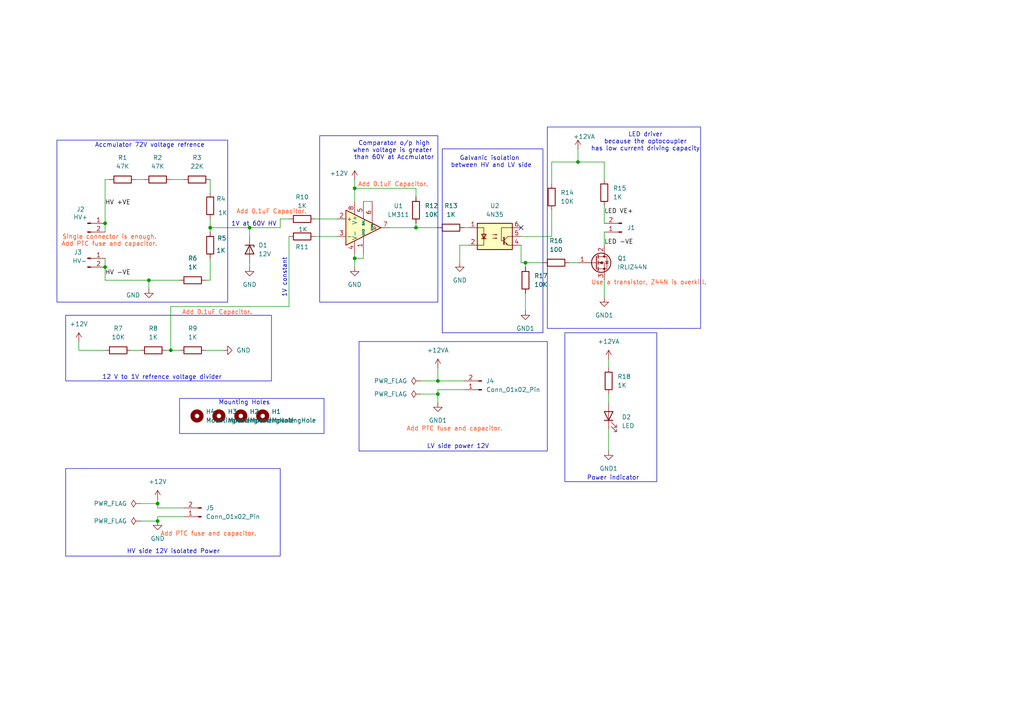
<source format=kicad_sch>
(kicad_sch (version 20231120) (generator "eeschema") (generator_version "8.0")
  (paper "A4")
  (lib_symbols
    (symbol "Comparator:LM311" (pin_names (offset 0.127))
      (property "Reference" "U" (at 3.81 6.35 0))
      (property "Value" "LM311" (at 3.81 3.81 0))
      (symbol "LM311_0_1"
        (polyline (pts (xy 5.08 0) (xy -5.08 5.08) (xy -5.08 -5.08) (xy 5.08 0)) (stroke (width 0.254)) (fill (type background)))
        (polyline (pts (xy 3.683 -0.381) (xy 3.302 -0.381) (xy 3.683 0) (xy 3.302 0.381) (xy 2.921 0) (xy 3.302 -0.381) (xy 2.921 -0.381)) (stroke (width 0.127)))
      )
      (symbol "LM311_1_1"
        (pin passive line (at 0 -7.62 90) (length 5.08) (name "GND") (number "1"))
        (pin input line (at -7.62 2.54 0) (length 2.54) (name "+") (number "2"))
        (pin input line (at -7.62 -2.54 0) (length 2.54) (name "-") (number "3"))
        (pin power_in line (at -2.54 -7.62 90) (length 3.81) (name "V-") (number "4"))
        (pin input line (at 0 7.62 270) (length 5.08) (name "BAL") (number "5"))
        (pin input line (at 2.54 7.62 270) (length 6.35) (name "STRB") (number "6"))
        (pin open_collector line (at 7.62 0 180) (length 2.54) (name "~") (number "7"))
        (pin power_in line (at -2.54 7.62 270) (length 3.81) (name "V+") (number "8"))
      )
    )
    (symbol "Connector:Conn_01x02_Pin" (pin_names (offset 1.016) hide)
      (property "Reference" "J" (at 0 2.54 0))
      (property "Value" "Conn_01x02_Pin" (at 0 -5.08 0))
      (symbol "Conn_01x02_Pin_1_1"
        (polyline (pts (xy 1.27 -2.54) (xy 0.8636 -2.54)) (stroke (width 0.1524)))
        (polyline (pts (xy 1.27 0) (xy 0.8636 0)) (stroke (width 0.1524)))
        (rectangle (start 0.8636 -2.413) (end 0 -2.667) (stroke (width 0.1524)) (fill (type outline)))
        (rectangle (start 0.8636 0.127) (end 0 -0.127) (stroke (width 0.1524)) (fill (type outline)))
        (pin passive line (at 5.08 0 180) (length 3.81) (name "Pin_1") (number "1"))
        (pin passive line (at 5.08 -2.54 180) (length 3.81) (name "Pin_2") (number "2"))
      )
    )
    (symbol "Device:D_Zener" (pin_numbers hide) (pin_names (offset 1.016) hide)
      (property "Reference" "D" (at 0 2.54 0))
      (property "Value" "D_Zener" (at 0 -2.54 0))
      (symbol "D_Zener_0_1"
        (polyline (pts (xy 1.27 0) (xy -1.27 0)))
        (polyline (pts (xy -1.27 -1.27) (xy -1.27 1.27) (xy -0.762 1.27)) (stroke (width 0.254)))
        (polyline (pts (xy 1.27 -1.27) (xy 1.27 1.27) (xy -1.27 0) (xy 1.27 -1.27)) (stroke (width 0.254)))
      )
      (symbol "D_Zener_1_1"
        (pin passive line (at -3.81 0 0) (length 2.54) (name "K") (number "1"))
        (pin passive line (at 3.81 0 180) (length 2.54) (name "A") (number "2"))
      )
    )
    (symbol "Device:LED" (pin_numbers hide) (pin_names (offset 1.016) hide)
      (property "Reference" "D" (at 0 2.54 0))
      (property "Value" "LED" (at 0 -2.54 0))
      (symbol "LED_0_1"
        (polyline (pts (xy -1.27 -1.27) (xy -1.27 1.27)) (stroke (width 0.254)))
        (polyline (pts (xy -1.27 0) (xy 1.27 0)))
        (polyline (pts (xy 1.27 -1.27) (xy 1.27 1.27) (xy -1.27 0) (xy 1.27 -1.27)) (stroke (width 0.254)))
        (polyline (pts (xy -3.048 -0.762) (xy -4.572 -2.286) (xy -3.81 -2.286) (xy -4.572 -2.286) (xy -4.572 -1.524)))
        (polyline (pts (xy -1.778 -0.762) (xy -3.302 -2.286) (xy -2.54 -2.286) (xy -3.302 -2.286) (xy -3.302 -1.524)))
      )
      (symbol "LED_1_1"
        (pin passive line (at -3.81 0 0) (length 2.54) (name "K") (number "1"))
        (pin passive line (at 3.81 0 180) (length 2.54) (name "A") (number "2"))
      )
    )
    (symbol "Device:R" (pin_numbers hide) (pin_names (offset 0))
      (property "Reference" "R" (at 2.032 0 90))
      (property "Value" "R" (at 0 0 90))
      (symbol "R_0_1"
        (rectangle (start -1.016 -2.54) (end 1.016 2.54) (stroke (width 0.254)))
      )
      (symbol "R_1_1"
        (pin passive line (at 0 3.81 270) (length 1.27) (name "~") (number "1"))
        (pin passive line (at 0 -3.81 90) (length 1.27) (name "~") (number "2"))
      )
    )
    (symbol "Isolator:4N35" (pin_names (offset 1.016))
      (property "Reference" "U" (at -5.08 5.08 0))
      (property "Value" "4N35" (at 0 5.08 0))
      (symbol "4N35_0_1"
        (rectangle (start -5.08 3.81) (end 5.08 -3.81) (stroke (width 0.254)) (fill (type background)))
        (polyline (pts (xy -3.81 -0.635) (xy -2.54 -0.635)) (stroke (width 0.254)))
        (polyline (pts (xy 2.667 -1.397) (xy 3.81 -2.54)))
        (polyline (pts (xy 2.667 -1.143) (xy 3.81 0)))
        (polyline (pts (xy 3.81 -2.54) (xy 5.08 -2.54)))
        (polyline (pts (xy 3.81 0) (xy 5.08 0)))
        (polyline (pts (xy 2.667 -0.254) (xy 2.667 -2.286) (xy 2.667 -2.286)) (stroke (width 0.3556)))
        (polyline (pts (xy -5.08 -2.54) (xy -3.175 -2.54) (xy -3.175 2.54) (xy -5.08 2.54)))
        (polyline (pts (xy -3.175 -0.635) (xy -3.81 0.635) (xy -2.54 0.635) (xy -3.175 -0.635)) (stroke (width 0.254)))
        (polyline (pts (xy 3.683 -2.413) (xy 3.429 -1.905) (xy 3.175 -2.159) (xy 3.683 -2.413)))
        (polyline (pts (xy 5.08 2.54) (xy 1.905 2.54) (xy 1.905 -1.27) (xy 2.54 -1.27)))
        (polyline (pts (xy -0.635 -0.508) (xy 0.635 -0.508) (xy 0.254 -0.635) (xy 0.254 -0.381) (xy 0.635 -0.508)))
        (polyline (pts (xy -0.635 0.508) (xy 0.635 0.508) (xy 0.254 0.381) (xy 0.254 0.635) (xy 0.635 0.508)))
      )
      (symbol "4N35_1_1"
        (pin passive line (at -7.62 2.54 0) (length 2.54) (name "~") (number "1"))
        (pin passive line (at -7.62 -2.54 0) (length 2.54) (name "~") (number "2"))
        (pin no_connect line (at -5.08 0 0) (length 2.54) hide (name "NC") (number "3"))
        (pin passive line (at 7.62 -2.54 180) (length 2.54) (name "~") (number "4"))
        (pin passive line (at 7.62 0 180) (length 2.54) (name "~") (number "5"))
        (pin passive line (at 7.62 2.54 180) (length 2.54) (name "~") (number "6"))
      )
    )
    (symbol "Mechanical:MountingHole" (pin_names (offset 1.016)) (exclude_from_sim yes) (in_bom no)
      (property "Reference" "H" (at 0 5.08 0))
      (property "Value" "MountingHole" (at 0 3.175 0))
      (symbol "MountingHole_0_1"
        (circle (center 0 0) (radius 1.27) (stroke (width 1.27)))
      )
    )
    (symbol "Transistor_FET:IRLIZ44N" (pin_names hide)
      (property "Reference" "Q" (at 5.08 1.905 0))
      (property "Value" "IRLIZ44N" (at 5.08 0 0))
      (symbol "IRLIZ44N_0_1"
        (polyline (pts (xy 0.254 0) (xy -2.54 0)))
        (polyline (pts (xy 0.254 1.905) (xy 0.254 -1.905)) (stroke (width 0.254)))
        (polyline (pts (xy 0.762 -1.27) (xy 0.762 -2.286)) (stroke (width 0.254)))
        (polyline (pts (xy 0.762 0.508) (xy 0.762 -0.508)) (stroke (width 0.254)))
        (polyline (pts (xy 0.762 2.286) (xy 0.762 1.27)) (stroke (width 0.254)))
        (polyline (pts (xy 2.54 2.54) (xy 2.54 1.778)))
        (polyline (pts (xy 2.54 -2.54) (xy 2.54 0) (xy 0.762 0)))
        (polyline (pts (xy 0.762 -1.778) (xy 3.302 -1.778) (xy 3.302 1.778) (xy 0.762 1.778)))
        (polyline (pts (xy 1.016 0) (xy 2.032 0.381) (xy 2.032 -0.381) (xy 1.016 0)) (fill (type outline)))
        (polyline (pts (xy 2.794 0.508) (xy 2.921 0.381) (xy 3.683 0.381) (xy 3.81 0.254)))
        (polyline (pts (xy 3.302 0.381) (xy 2.921 -0.254) (xy 3.683 -0.254) (xy 3.302 0.381)))
        (circle (center 1.651 0) (radius 2.794) (stroke (width 0.254)))
        (circle (center 2.54 -1.778) (radius 0.254) (fill (type outline)))
        (circle (center 2.54 1.778) (radius 0.254) (fill (type outline)))
      )
      (symbol "IRLIZ44N_1_1"
        (pin input line (at -5.08 0 0) (length 2.54) (name "G") (number "1"))
        (pin passive line (at 2.54 5.08 270) (length 2.54) (name "D") (number "2"))
        (pin passive line (at 2.54 -5.08 90) (length 2.54) (name "S") (number "3"))
      )
    )
    (symbol "power:+12V" (power) (pin_numbers hide) (pin_names (offset 0) hide)
      (property "Value" "+12V" (at 0 3.556 0))
      (symbol "+12V_0_1"
        (polyline (pts (xy -0.762 1.27) (xy 0 2.54)))
        (polyline (pts (xy 0 0) (xy 0 2.54)))
        (polyline (pts (xy 0 2.54) (xy 0.762 1.27)))
      )
      (symbol "+12V_1_1"
        (pin power_in line (at 0 0 90) (length 0) (name "~") (number "1"))
      )
    )
    (symbol "power:+12VA" (power) (pin_numbers hide) (pin_names (offset 0) hide)
      (property "Value" "+12VA" (at 0 3.556 0))
      (symbol "+12VA_0_1"
        (polyline (pts (xy -0.762 1.27) (xy 0 2.54)))
        (polyline (pts (xy 0 0) (xy 0 2.54)))
        (polyline (pts (xy 0 2.54) (xy 0.762 1.27)))
      )
      (symbol "+12VA_1_1"
        (pin power_in line (at 0 0 90) (length 0) (name "~") (number "1"))
      )
    )
    (symbol "power:GND" (power) (pin_numbers hide) (pin_names (offset 0) hide)
      (property "Value" "GND" (at 0 -3.81 0))
      (symbol "GND_0_1"
        (polyline (pts (xy 0 0) (xy 0 -1.27) (xy 1.27 -1.27) (xy 0 -2.54) (xy -1.27 -1.27) (xy 0 -1.27)))
      )
      (symbol "GND_1_1"
        (pin power_in line (at 0 0 270) (length 0) (name "~") (number "1"))
      )
    )
    (symbol "power:GND1" (power) (pin_numbers hide) (pin_names (offset 0) hide)
      (property "Value" "GND1" (at 0 -3.81 0))
      (symbol "GND1_0_1"
        (polyline (pts (xy 0 0) (xy 0 -1.27) (xy 1.27 -1.27) (xy 0 -2.54) (xy -1.27 -1.27) (xy 0 -1.27)))
      )
      (symbol "GND1_1_1"
        (pin power_in line (at 0 0 270) (length 0) (name "~") (number "1"))
      )
    )
    (symbol "power:PWR_FLAG" (power) (pin_numbers hide) (pin_names (offset 0) hide)
      (property "Value" "PWR_FLAG" (at 0 3.81 0))
      (symbol "PWR_FLAG_0_0"
        (pin power_out line (at 0 0 90) (length 0) (name "~") (number "1"))
      )
      (symbol "PWR_FLAG_0_1"
        (polyline (pts (xy 0 0) (xy 0 1.27) (xy -1.016 1.905) (xy 0 2.54) (xy 1.016 1.905) (xy 0 1.27)))
      )
    )
  )
  (junction (at 152.4 76.2))
  (junction (at 60.96 66.04))
  (junction (at 43.18 81.28))
  (junction (at 167.64 46.99))
  (junction (at 102.87 54.61))
  (junction (at 127 114.3))
  (junction (at 120.65 66.04))
  (junction (at 45.72 151.13))
  (junction (at 127 110.49))
  (junction (at 72.39 66.04))
  (junction (at 49.53 101.6))
  (junction (at 30.48 77.47))
  (junction (at 30.48 64.77))
  (junction (at 102.87 74.93))
  (junction (at 45.72 146.05))
  (no_connect (at 151.13 66.04))
  (wire (pts (xy 120.65 54.61) (xy 102.87 54.61)))
  (wire (pts (xy 43.18 81.28) (xy 43.18 83.82)))
  (wire (pts (xy 40.64 146.05) (xy 45.72 146.05)))
  (wire (pts (xy 91.44 63.5) (xy 97.79 63.5)))
  (wire (pts (xy 105.41 58.42) (xy 107.95 58.42)))
  (wire (pts (xy 102.87 74.93) (xy 102.87 77.47)))
  (wire (pts (xy 167.64 43.18) (xy 167.64 46.99)))
  (wire (pts (xy 127 106.68) (xy 127 110.49)))
  (wire (pts (xy 127 110.49) (xy 134.62 110.49)))
  (wire (pts (xy 105.41 73.66) (xy 105.41 74.93)))
  (wire (pts (xy 120.65 66.04) (xy 120.65 64.77)))
  (wire (pts (xy 152.4 76.2) (xy 157.48 76.2)))
  (wire (pts (xy 105.41 74.93) (xy 102.87 74.93)))
  (wire (pts (xy 121.92 114.3) (xy 127 114.3)))
  (wire (pts (xy 49.53 88.9) (xy 83.82 88.9)))
  (wire (pts (xy 175.26 46.99) (xy 175.26 52.07)))
  (wire (pts (xy 45.72 151.13) (xy 45.72 149.86)))
  (wire (pts (xy 152.4 85.09) (xy 152.4 90.17)))
  (wire (pts (xy 60.96 52.07) (xy 60.96 55.88)))
  (wire (pts (xy 49.53 101.6) (xy 52.07 101.6)))
  (wire (pts (xy 45.72 147.32) (xy 53.34 147.32)))
  (wire (pts (xy 40.64 151.13) (xy 45.72 151.13)))
  (wire (pts (xy 165.1 76.2) (xy 167.64 76.2)))
  (wire (pts (xy 43.18 81.28) (xy 30.48 81.28)))
  (wire (pts (xy 49.53 101.6) (xy 49.53 88.9)))
  (wire (pts (xy 175.26 59.69) (xy 175.26 64.77)))
  (wire (pts (xy 45.72 149.86) (xy 53.34 149.86)))
  (wire (pts (xy 81.28 66.04) (xy 72.39 66.04)))
  (wire (pts (xy 151.13 71.12) (xy 151.13 76.2)))
  (wire (pts (xy 59.69 101.6) (xy 64.77 101.6)))
  (wire (pts (xy 60.96 66.04) (xy 60.96 67.31)))
  (wire (pts (xy 60.96 74.93) (xy 60.96 81.28)))
  (wire (pts (xy 120.65 57.15) (xy 120.65 54.61)))
  (wire (pts (xy 120.65 66.04) (xy 127 66.04)))
  (wire (pts (xy 49.53 52.07) (xy 53.34 52.07)))
  (wire (pts (xy 176.53 124.46) (xy 176.53 130.81)))
  (wire (pts (xy 60.96 63.5) (xy 60.96 66.04)))
  (wire (pts (xy 45.72 144.78) (xy 45.72 146.05)))
  (wire (pts (xy 38.1 101.6) (xy 40.64 101.6)))
  (wire (pts (xy 30.48 64.77) (xy 30.48 67.31)))
  (wire (pts (xy 134.62 66.04) (xy 135.89 66.04)))
  (wire (pts (xy 83.82 88.9) (xy 83.82 68.58)))
  (wire (pts (xy 160.02 46.99) (xy 167.64 46.99)))
  (wire (pts (xy 72.39 68.58) (xy 72.39 66.04)))
  (wire (pts (xy 160.02 60.96) (xy 160.02 68.58)))
  (wire (pts (xy 45.72 146.05) (xy 45.72 147.32)))
  (wire (pts (xy 30.48 52.07) (xy 31.75 52.07)))
  (wire (pts (xy 152.4 76.2) (xy 152.4 77.47)))
  (wire (pts (xy 60.96 81.28) (xy 59.69 81.28)))
  (wire (pts (xy 133.35 71.12) (xy 135.89 71.12)))
  (wire (pts (xy 30.48 64.77) (xy 30.48 52.07)))
  (wire (pts (xy 102.87 73.66) (xy 102.87 74.93)))
  (wire (pts (xy 127 116.84) (xy 127 114.3)))
  (wire (pts (xy 81.28 63.5) (xy 81.28 66.04)))
  (wire (pts (xy 30.48 81.28) (xy 30.48 77.47)))
  (wire (pts (xy 22.86 101.6) (xy 30.48 101.6)))
  (wire (pts (xy 176.53 104.14) (xy 176.53 106.68)))
  (wire (pts (xy 127 113.03) (xy 134.62 113.03)))
  (wire (pts (xy 121.92 110.49) (xy 127 110.49)))
  (wire (pts (xy 176.53 114.3) (xy 176.53 116.84)))
  (wire (pts (xy 102.87 52.07) (xy 102.87 54.61)))
  (wire (pts (xy 91.44 68.58) (xy 97.79 68.58)))
  (wire (pts (xy 167.64 46.99) (xy 175.26 46.99)))
  (wire (pts (xy 133.35 76.2) (xy 133.35 71.12)))
  (wire (pts (xy 83.82 63.5) (xy 81.28 63.5)))
  (wire (pts (xy 22.86 99.06) (xy 22.86 101.6)))
  (wire (pts (xy 52.07 81.28) (xy 43.18 81.28)))
  (wire (pts (xy 39.37 52.07) (xy 41.91 52.07)))
  (wire (pts (xy 102.87 54.61) (xy 102.87 58.42)))
  (wire (pts (xy 48.26 101.6) (xy 49.53 101.6)))
  (wire (pts (xy 72.39 76.2) (xy 72.39 77.47)))
  (wire (pts (xy 160.02 68.58) (xy 151.13 68.58)))
  (wire (pts (xy 127 114.3) (xy 127 113.03)))
  (wire (pts (xy 160.02 53.34) (xy 160.02 46.99)))
  (wire (pts (xy 175.26 67.31) (xy 175.26 71.12)))
  (wire (pts (xy 151.13 76.2) (xy 152.4 76.2)))
  (wire (pts (xy 113.03 66.04) (xy 120.65 66.04)))
  (wire (pts (xy 30.48 74.93) (xy 30.48 77.47)))
  (wire (pts (xy 175.26 81.28) (xy 175.26 86.36)))
  (wire (pts (xy 72.39 66.04) (xy 60.96 66.04)))
  (rectangle (start 19.05 135.89) (end 81.28 161.29))
  (rectangle (start 104.14 99.06) (end 158.75 130.81))
  (rectangle (start 158.75 36.83) (end 203.2 95.25))
  (rectangle (start 92.71 39.37) (end 127 87.63))
  (rectangle (start 128.27 43.18) (end 157.48 96.52))
  (rectangle (start 16.51 40.64) (end 66.04 87.63))
  (rectangle (start 163.83 96.52) (end 190.5 139.7))
  (rectangle (start 19.05 91.44) (end 78.74 110.49))
  (rectangle (start 52.07 115.57) (end 93.98 125.73))
  (text "12 V to 1V refrence voltage divider" (at 46.99 109.474 0) (effects (font (size 1.27 1.27))))
  (text "Use a transistor, Z44N is overkill." (at 188.214 82.042 0) (effects (font (size 1.27 1.27))))
  (text "Add 0.1uF Capacitor." (at 114.046 53.594 0) (effects (font (size 1.27 1.27))))
  (text "1V at 60V HV\n" (at 73.66 65.024 0) (effects (font (size 1.27 1.27))))
  (text "Power indicator\n" (at 177.8 138.684 0) (effects (font (size 1.27 1.27))))
  (text "Galvanic isolation \nbetween HV and LV side" (at 142.494 46.99 0) (effects (font (size 1.27 1.27))))
  (text "Comparator o/p high\nwhen voltage is greater \nthan 60V at Accmulator\n" (at 114.3 43.688 0) (effects (font (size 1.27 1.27))))
  (text "Accmulator 72V voltage refrence \n" (at 43.942 42.164 0) (effects (font (size 1.27 1.27))))
  (text "Add PTC fuse and capacitor." (at 131.826 124.46 0) (effects (font (size 1.27 1.27))))
  (text "Add 0.1uF Capacitor." (at 62.992 90.678 0) (effects (font (size 1.27 1.27))))
  (text "1V constant" (at 82.55 80.518 90) (effects (font (size 1.27 1.27))))
  (text "LV side power 12V\n\n" (at 132.842 130.556 0) (effects (font (size 1.27 1.27))))
  (text "Mounting Holes" (at 70.866 116.84 0) (effects (font (size 1.27 1.27))))
  (text "HV side 12V isolated Power" (at 50.292 160.02 0) (effects (font (size 1.27 1.27))))
  (text "Add PTC fuse and capacitor." (at 60.452 154.94 0) (effects (font (size 1.27 1.27))))
  (text "Add 0.1uF Capacitor." (at 78.74 61.468 0) (effects (font (size 1.27 1.27))))
  (text "Single connector is enough.\nAdd PTC fuse and capacitor." (at 31.75 69.85 0) (effects (font (size 1.27 1.27))))
  (text "LED driver\nbecause the optocoupler\nhas low current driving capacity" (at 187.198 41.148 0) (effects (font (size 1.27 1.27))))
  (label "LED VE+" (at 175.26 62.23 0))
  (label "LED -VE" (at 175.26 71.12 0))
  (label "HV -VE" (at 30.48 80.01 0))
  (label "HV +VE" (at 30.48 59.69 0))
  (symbol (lib_id "power:GND") (at 133.35 76.2 0) (unit 1)
    (property "Reference" "#PWR07" (effects (hide yes)))
    (property "Value" "GND" (at 133.35 81.28 0))
    (property "Description" "Power symbol creates a global label with name \"GND\" , ground" (effects (hide yes)))
  )
  (symbol (lib_id "Device:R") (at 130.81 66.04 90) (unit 1)
    (property "Reference" "R13" (at 130.81 59.69 90))
    (property "Value" "1K" (at 130.81 62.23 90))
    (property "Footprint" "Resistor_THT:R_Axial_DIN0204_L3.6mm_D1.6mm_P7.62mm_Horizontal" (effects (hide yes)))
    (property "Description" "Resistor" (effects (hide yes)))
  )
  (symbol (lib_id "power:PWR_FLAG") (at 121.92 110.49 90) (unit 1)
    (property "Reference" "#FLG03" (effects (hide yes)))
    (property "Value" "PWR_FLAG" (at 118.11 110.4899 90) (effects (justify left)))
    (property "Description" "Special symbol for telling ERC where power comes from" (effects (hide yes)))
  )
  (symbol (lib_id "power:GND") (at 64.77 101.6 90) (unit 1)
    (property "Reference" "#PWR03" (effects (hide yes)))
    (property "Value" "GND" (at 68.58 101.5999 90) (effects (justify right)))
    (property "Description" "Power symbol creates a global label with name \"GND\" , ground" (effects (hide yes)))
  )
  (symbol (lib_id "Device:D_Zener") (at 72.39 72.39 270) (unit 1)
    (property "Reference" "D1" (at 74.93 71.1199 90) (effects (justify left)))
    (property "Value" "12V" (at 74.93 73.6599 90) (effects (justify left)))
    (property "Footprint" "Diode_THT:D_A-405_P10.16mm_Horizontal" (effects (hide yes)))
    (property "Description" "Zener diode" (effects (hide yes)))
  )
  (symbol (lib_id "Device:LED") (at 176.53 120.65 90) (unit 1)
    (property "Reference" "D2" (at 180.34 120.9674 90) (effects (justify right)))
    (property "Value" "LED" (at 180.34 123.5074 90) (effects (justify right)))
    (property "Footprint" "LED_THT:LED_D5.0mm" (effects (hide yes)))
    (property "Description" "Light emitting diode" (effects (hide yes)))
  )
  (symbol (lib_id "Device:R") (at 57.15 52.07 90) (unit 1)
    (property "Reference" "R3" (at 57.15 45.72 90))
    (property "Value" "22K" (at 57.15 48.26 90))
    (property "Footprint" "Resistor_THT:R_Axial_DIN0204_L3.6mm_D1.6mm_P7.62mm_Horizontal" (effects (hide yes)))
    (property "Description" "Resistor" (effects (hide yes)))
  )
  (symbol (lib_id "Device:R") (at 161.29 76.2 90) (unit 1)
    (property "Reference" "R16" (at 161.29 69.85 90))
    (property "Value" "100" (at 161.29 72.39 90))
    (property "Footprint" "Resistor_THT:R_Axial_DIN0204_L3.6mm_D1.6mm_P7.62mm_Horizontal" (effects (hide yes)))
    (property "Description" "Resistor" (effects (hide yes)))
  )
  (symbol (lib_id "Device:R") (at 35.56 52.07 90) (unit 1)
    (property "Reference" "R1" (at 35.56 45.72 90))
    (property "Value" "47K" (at 35.56 48.26 90))
    (property "Footprint" "Resistor_THT:R_Axial_DIN0204_L3.6mm_D1.6mm_P7.62mm_Horizontal" (effects (hide yes)))
    (property "Description" "Resistor" (effects (hide yes)))
  )
  (symbol (lib_id "Device:R") (at 120.65 60.96 0) (unit 1)
    (property "Reference" "R12" (at 123.19 59.6899 0) (effects (justify left)))
    (property "Value" "10K" (at 123.19 62.2299 0) (effects (justify left)))
    (property "Footprint" "Resistor_THT:R_Axial_DIN0204_L3.6mm_D1.6mm_P7.62mm_Horizontal" (effects (hide yes)))
    (property "Description" "Resistor" (effects (hide yes)))
  )
  (symbol (lib_id "Device:R") (at 87.63 63.5 270) (unit 1)
    (property "Reference" "R10" (at 87.63 57.15 90))
    (property "Value" "1K" (at 87.63 59.69 90))
    (property "Footprint" "Resistor_THT:R_Axial_DIN0204_L3.6mm_D1.6mm_P7.62mm_Horizontal" (effects (hide yes)))
    (property "Description" "Resistor" (effects (hide yes)))
  )
  (symbol (lib_id "power:GND1") (at 127 116.84 0) (unit 1)
    (property "Reference" "#PWR014" (effects (hide yes)))
    (property "Value" "GND1" (at 127 121.92 0))
    (property "Description" "Power symbol creates a global label with name \"GND1\" , ground" (effects (hide yes)))
  )
  (symbol (lib_id "Mechanical:MountingHole") (at 63.5 120.65 0) (unit 1) (exclude_from_sim yes) (in_bom no)
    (property "Reference" "H3" (at 66.04 119.3799 0) (effects (justify left)))
    (property "Value" "MountingHole" (at 66.04 121.9199 0) (effects (justify left)))
    (property "Footprint" "MountingHole:MountingHole_4.3mm_M4" (effects (hide yes)))
    (property "Description" "Mounting Hole without connection" (effects (hide yes)))
  )
  (symbol (lib_id "power:+12V") (at 102.87 52.07 0) (unit 1)
    (property "Reference" "#PWR05" (effects (hide yes)))
    (property "Value" "+12V" (at 98.298 50.292 0))
    (property "Description" "Power symbol creates a global label with name \"+12V\"" (effects (hide yes)))
  )
  (symbol (lib_id "power:GND") (at 102.87 77.47 0) (unit 1)
    (property "Reference" "#PWR06" (effects (hide yes)))
    (property "Value" "GND" (at 102.87 82.55 0))
    (property "Description" "Power symbol creates a global label with name \"GND\" , ground" (effects (hide yes)))
  )
  (symbol (lib_id "Device:R") (at 176.53 110.49 0) (unit 1)
    (property "Reference" "R18" (at 179.07 109.2199 0) (effects (justify left)))
    (property "Value" "1K" (at 179.07 111.7599 0) (effects (justify left)))
    (property "Footprint" "Resistor_THT:R_Axial_DIN0204_L3.6mm_D1.6mm_P7.62mm_Horizontal" (effects (hide yes)))
    (property "Description" "Resistor" (effects (hide yes)))
  )
  (symbol (lib_id "Device:R") (at 60.96 59.69 180) (unit 1)
    (property "Reference" "R4" (at 62.738 57.658 0) (effects (justify right)))
    (property "Value" "1K" (at 63.246 61.722 0) (effects (justify right)))
    (property "Footprint" "Resistor_THT:R_Axial_DIN0204_L3.6mm_D1.6mm_P7.62mm_Horizontal" (effects (hide yes)))
    (property "Description" "Resistor" (effects (hide yes)))
  )
  (symbol (lib_id "Device:R") (at 152.4 81.28 0) (unit 1)
    (property "Reference" "R17" (at 154.94 80.0099 0) (effects (justify left)))
    (property "Value" "10K" (at 154.94 82.5499 0) (effects (justify left)))
    (property "Footprint" "Resistor_THT:R_Axial_DIN0204_L3.6mm_D1.6mm_P7.62mm_Horizontal" (effects (hide yes)))
    (property "Description" "Resistor" (effects (hide yes)))
  )
  (symbol (lib_id "Connector:Conn_01x02_Pin") (at 58.42 149.86 180) (unit 1)
    (property "Reference" "J5" (at 59.69 147.3199 0) (effects (justify right)))
    (property "Value" "Conn_01x02_Pin" (at 59.69 149.8599 0) (effects (justify right)))
    (property "Footprint" "TerminalBlock_Phoenix:TerminalBlock_Phoenix_MKDS-1,5-2-5.08_1x02_P5.08mm_Horizontal" (effects (hide yes)))
    (property "Description" "Generic connector, single row, 01x02, script generated" (effects (hide yes)))
  )
  (symbol (lib_id "power:GND") (at 72.39 77.47 0) (unit 1)
    (property "Reference" "#PWR04" (effects (hide yes)))
    (property "Value" "GND" (at 72.39 82.55 0))
    (property "Description" "Power symbol creates a global label with name \"GND\" , ground" (effects (hide yes)))
  )
  (symbol (lib_id "power:+12VA") (at 176.53 104.14 0) (unit 1)
    (property "Reference" "#PWR015" (effects (hide yes)))
    (property "Value" "+12VA" (at 176.53 99.06 0))
    (property "Description" "Power symbol creates a global label with name \"+12VA\"" (effects (hide yes)))
  )
  (symbol (lib_id "Connector:Conn_01x02_Pin") (at 180.34 67.31 180) (unit 1)
    (property "Reference" "J1" (at 181.864 66.04 0) (effects (justify right)))
    (property "Value" "Conn_01x02_Pin" (effects (hide yes)))
    (property "Footprint" "TerminalBlock_Phoenix:TerminalBlock_Phoenix_MKDS-1,5-2-5.08_1x02_P5.08mm_Horizontal" (effects (hide yes)))
    (property "Description" "Generic connector, single row, 01x02, script generated" (effects (hide yes)))
  )
  (symbol (lib_id "power:PWR_FLAG") (at 40.64 146.05 90) (unit 1)
    (property "Reference" "#FLG01" (effects (hide yes)))
    (property "Value" "PWR_FLAG" (at 36.83 146.0499 90) (effects (justify left)))
    (property "Description" "Special symbol for telling ERC where power comes from" (effects (hide yes)))
  )
  (symbol (lib_id "Mechanical:MountingHole") (at 76.2 120.65 0) (unit 1) (exclude_from_sim yes) (in_bom no)
    (property "Reference" "H1" (at 78.74 119.3799 0) (effects (justify left)))
    (property "Value" "MountingHole" (at 78.74 121.9199 0) (effects (justify left)))
    (property "Footprint" "MountingHole:MountingHole_4.3mm_M4" (effects (hide yes)))
    (property "Description" "Mounting Hole without connection" (effects (hide yes)))
  )
  (symbol (lib_id "Device:R") (at 87.63 68.58 270) (unit 1)
    (property "Reference" "R11" (at 87.63 71.628 90))
    (property "Value" "1K" (at 87.884 66.548 90))
    (property "Footprint" "Resistor_THT:R_Axial_DIN0204_L3.6mm_D1.6mm_P7.62mm_Horizontal" (effects (hide yes)))
    (property "Description" "Resistor" (effects (hide yes)))
  )
  (symbol (lib_id "Device:R") (at 60.96 71.12 180) (unit 1)
    (property "Reference" "R5" (at 62.992 69.088 0) (effects (justify right)))
    (property "Value" "1K" (at 62.738 72.644 0) (effects (justify right)))
    (property "Footprint" "Resistor_THT:R_Axial_DIN0204_L3.6mm_D1.6mm_P7.62mm_Horizontal" (effects (hide yes)))
    (property "Description" "Resistor" (effects (hide yes)))
  )
  (symbol (lib_id "Transistor_FET:IRLIZ44N") (at 172.72 76.2 0) (unit 1)
    (property "Reference" "Q1" (at 179.07 74.9299 0) (effects (justify left)))
    (property "Value" "IRLIZ44N" (at 179.07 77.4699 0) (effects (justify left)))
    (property "Footprint" "Package_TO_SOT_THT:TO-220F-3_Vertical" (effects (hide yes)))
    (property "Datasheet" "http://www.irf.com/product-info/datasheets/data/irliz44n.pdf" (effects (hide yes)))
    (property "Description" "30A Id, 55V Vds, 22mOhm Rds, N-Channel HEXFET Power MOSFET, TO-220AB" (effects (hide yes)))
  )
  (symbol (lib_id "Device:R") (at 160.02 57.15 0) (unit 1)
    (property "Reference" "R14" (at 162.56 55.8799 0) (effects (justify left)))
    (property "Value" "10K" (at 162.56 58.4199 0) (effects (justify left)))
    (property "Footprint" "Resistor_THT:R_Axial_DIN0204_L3.6mm_D1.6mm_P7.62mm_Horizontal" (effects (hide yes)))
    (property "Description" "Resistor" (effects (hide yes)))
  )
  (symbol (lib_id "power:GND1") (at 152.4 90.17 0) (unit 1)
    (property "Reference" "#PWR08" (effects (hide yes)))
    (property "Value" "GND1" (at 152.4 95.25 0))
    (property "Description" "Power symbol creates a global label with name \"GND1\" , ground" (effects (hide yes)))
  )
  (symbol (lib_id "Device:R") (at 55.88 101.6 270) (unit 1)
    (property "Reference" "R9" (at 55.88 95.25 90))
    (property "Value" "1K" (at 55.88 97.79 90))
    (property "Footprint" "Resistor_THT:R_Axial_DIN0204_L3.6mm_D1.6mm_P7.62mm_Horizontal" (effects (hide yes)))
    (property "Description" "Resistor" (effects (hide yes)))
  )
  (symbol (lib_id "Connector:Conn_01x02_Pin") (at 25.4 74.93 0) (unit 1)
    (property "Reference" "J3" (at 22.606 73.152 0))
    (property "Value" "HV-" (at 23.114 75.692 0))
    (property "Footprint" "TerminalBlock_Phoenix:TerminalBlock_Phoenix_MKDS-1,5-2-5.08_1x02_P5.08mm_Horizontal" (effects (hide yes)))
    (property "Description" "Generic connector, single row, 01x02, script generated" (effects (hide yes)))
  )
  (symbol (lib_id "Device:R") (at 44.45 101.6 270) (unit 1)
    (property "Reference" "R8" (at 44.45 95.25 90))
    (property "Value" "1K" (at 44.45 97.79 90))
    (property "Footprint" "Resistor_THT:R_Axial_DIN0204_L3.6mm_D1.6mm_P7.62mm_Horizontal" (effects (hide yes)))
    (property "Description" "Resistor" (effects (hide yes)))
  )
  (symbol (lib_id "power:+12V") (at 45.72 144.78 0) (unit 1)
    (property "Reference" "#PWR011" (effects (hide yes)))
    (property "Value" "+12V" (at 45.72 139.7 0))
    (property "Description" "Power symbol creates a global label with name \"+12V\"" (effects (hide yes)))
  )
  (symbol (lib_id "Mechanical:MountingHole") (at 69.85 120.65 0) (unit 1) (exclude_from_sim yes) (in_bom no)
    (property "Reference" "H2" (at 72.39 119.3799 0) (effects (justify left)))
    (property "Value" "MountingHole" (at 72.39 121.9199 0) (effects (justify left)))
    (property "Footprint" "MountingHole:MountingHole_4.3mm_M4" (effects (hide yes)))
    (property "Description" "Mounting Hole without connection" (effects (hide yes)))
  )
  (symbol (lib_id "power:GND") (at 45.72 151.13 0) (unit 1)
    (property "Reference" "#PWR012" (effects (hide yes)))
    (property "Value" "GND" (at 45.72 156.21 0))
    (property "Description" "Power symbol creates a global label with name \"GND\" , ground" (effects (hide yes)))
  )
  (symbol (lib_id "Comparator:LM311") (at 105.41 66.04 0) (unit 1)
    (property "Reference" "U1" (at 115.57 59.7214 0))
    (property "Value" "LM311" (at 115.57 62.2614 0))
    (property "Footprint" "Package_DIP:CERDIP-8_W7.62mm_SideBrazed_LongPads" (effects (hide yes)))
    (property "Datasheet" "https://www.st.com/resource/en/datasheet/lm311.pdf" (effects (hide yes)))
    (property "Description" "Voltage Comparator, DIP-8/SOIC-8" (effects (hide yes)))
  )
  (symbol (lib_id "power:+12VA") (at 167.64 43.18 0) (unit 1)
    (property "Reference" "#PWR09" (effects (hide yes)))
    (property "Value" "+12VA" (at 169.418 39.624 0))
    (property "Description" "Power symbol creates a global label with name \"+12VA\"" (effects (hide yes)))
  )
  (symbol (lib_id "Device:R") (at 45.72 52.07 90) (unit 1)
    (property "Reference" "R2" (at 45.72 45.72 90))
    (property "Value" "47K" (at 45.72 48.26 90))
    (property "Footprint" "Resistor_THT:R_Axial_DIN0204_L3.6mm_D1.6mm_P7.62mm_Horizontal" (effects (hide yes)))
    (property "Description" "Resistor" (effects (hide yes)))
  )
  (symbol (lib_id "Connector:Conn_01x02_Pin") (at 25.4 64.77 0) (unit 1)
    (property "Reference" "J2" (at 23.368 60.706 0))
    (property "Value" "HV+" (at 23.368 62.992 0))
    (property "Footprint" "TerminalBlock_Phoenix:TerminalBlock_Phoenix_MKDS-1,5-2-5.08_1x02_P5.08mm_Horizontal" (effects (hide yes)))
    (property "Description" "Generic connector, single row, 01x02, script generated" (effects (hide yes)))
  )
  (symbol (lib_id "Isolator:4N35") (at 143.51 68.58 0) (unit 1)
    (property "Reference" "U2" (at 143.51 59.69 0))
    (property "Value" "4N35" (at 143.51 62.23 0))
    (property "Footprint" "Package_DIP:DIP-6_W7.62mm" (effects (hide yes)))
    (property "Datasheet" "https://www.vishay.com/docs/81181/4n35.pdf" (effects (hide yes)))
    (property "Description" "Optocoupler, Phototransistor Output, with Base Connection, Vce 70V, CTR 100%, Viso 5000V, DIP6" (effects (hide yes)))
  )
  (symbol (lib_id "Connector:Conn_01x02_Pin") (at 139.7 113.03 180) (unit 1)
    (property "Reference" "J4" (at 140.97 110.4899 0) (effects (justify right)))
    (property "Value" "Conn_01x02_Pin" (at 140.97 113.0299 0) (effects (justify right)))
    (property "Footprint" "TerminalBlock_Phoenix:TerminalBlock_Phoenix_MKDS-1,5-2-5.08_1x02_P5.08mm_Horizontal" (effects (hide yes)))
    (property "Description" "Generic connector, single row, 01x02, script generated" (effects (hide yes)))
  )
  (symbol (lib_id "Mechanical:MountingHole") (at 57.15 120.65 0) (unit 1) (exclude_from_sim yes) (in_bom no)
    (property "Reference" "H4" (at 59.69 119.3799 0) (effects (justify left)))
    (property "Value" "MountingHole" (at 59.69 121.9199 0) (effects (justify left)))
    (property "Footprint" "MountingHole:MountingHole_4.3mm_M4" (effects (hide yes)))
    (property "Description" "Mounting Hole without connection" (effects (hide yes)))
  )
  (symbol (lib_id "power:GND1") (at 176.53 130.81 0) (unit 1)
    (property "Reference" "#PWR016" (effects (hide yes)))
    (property "Value" "GND1" (at 176.53 135.89 0))
    (property "Description" "Power symbol creates a global label with name \"GND1\" , ground" (effects (hide yes)))
  )
  (symbol (lib_id "Device:R") (at 175.26 55.88 0) (unit 1)
    (property "Reference" "R15" (at 177.8 54.6099 0) (effects (justify left)))
    (property "Value" "1K" (at 177.8 57.1499 0) (effects (justify left)))
    (property "Footprint" "Resistor_THT:R_Axial_DIN0204_L3.6mm_D1.6mm_P7.62mm_Horizontal" (effects (hide yes)))
    (property "Description" "Resistor" (effects (hide yes)))
  )
  (symbol (lib_id "Device:R") (at 55.88 81.28 270) (unit 1)
    (property "Reference" "R6" (at 55.88 74.93 90))
    (property "Value" "1K" (at 55.88 77.47 90))
    (property "Footprint" "Resistor_THT:R_Axial_DIN0204_L3.6mm_D1.6mm_P7.62mm_Horizontal" (effects (hide yes)))
    (property "Description" "Resistor" (effects (hide yes)))
  )
  (symbol (lib_id "power:PWR_FLAG") (at 121.92 114.3 90) (unit 1)
    (property "Reference" "#FLG04" (effects (hide yes)))
    (property "Value" "PWR_FLAG" (at 118.11 114.2999 90) (effects (justify left)))
    (property "Description" "Special symbol for telling ERC where power comes from" (effects (hide yes)))
  )
  (symbol (lib_id "power:GND") (at 43.18 83.82 0) (unit 1)
    (property "Reference" "#PWR01" (effects (hide yes)))
    (property "Value" "GND" (at 38.608 85.598 0))
    (property "Description" "Power symbol creates a global label with name \"GND\" , ground" (effects (hide yes)))
  )
  (symbol (lib_id "power:+12V") (at 22.86 99.06 0) (unit 1)
    (property "Reference" "#PWR02" (effects (hide yes)))
    (property "Value" "+12V" (at 22.86 93.98 0))
    (property "Description" "Power symbol creates a global label with name \"+12V\"" (effects (hide yes)))
  )
  (symbol (lib_id "power:PWR_FLAG") (at 40.64 151.13 90) (unit 1)
    (property "Reference" "#FLG02" (effects (hide yes)))
    (property "Value" "PWR_FLAG" (at 36.83 151.1299 90) (effects (justify left)))
    (property "Description" "Special symbol for telling ERC where power comes from" (effects (hide yes)))
  )
  (symbol (lib_id "power:+12VA") (at 127 106.68 0) (unit 1)
    (property "Reference" "#PWR013" (effects (hide yes)))
    (property "Value" "+12VA" (at 127 101.6 0))
    (property "Description" "Power symbol creates a global label with name \"+12VA\"" (effects (hide yes)))
  )
  (symbol (lib_id "power:GND1") (at 175.26 86.36 0) (unit 1)
    (property "Reference" "#PWR010" (effects (hide yes)))
    (property "Value" "GND1" (at 175.26 91.44 0))
    (property "Description" "Power symbol creates a global label with name \"GND1\" , ground" (effects (hide yes)))
  )
  (symbol (lib_id "Device:R") (at 34.29 101.6 270) (unit 1)
    (property "Reference" "R7" (at 34.29 95.25 90))
    (property "Value" "10K" (at 34.29 97.79 90))
    (property "Footprint" "Resistor_THT:R_Axial_DIN0204_L3.6mm_D1.6mm_P7.62mm_Horizontal" (effects (hide yes)))
    (property "Description" "Resistor" (effects (hide yes)))
  )
)
</source>
